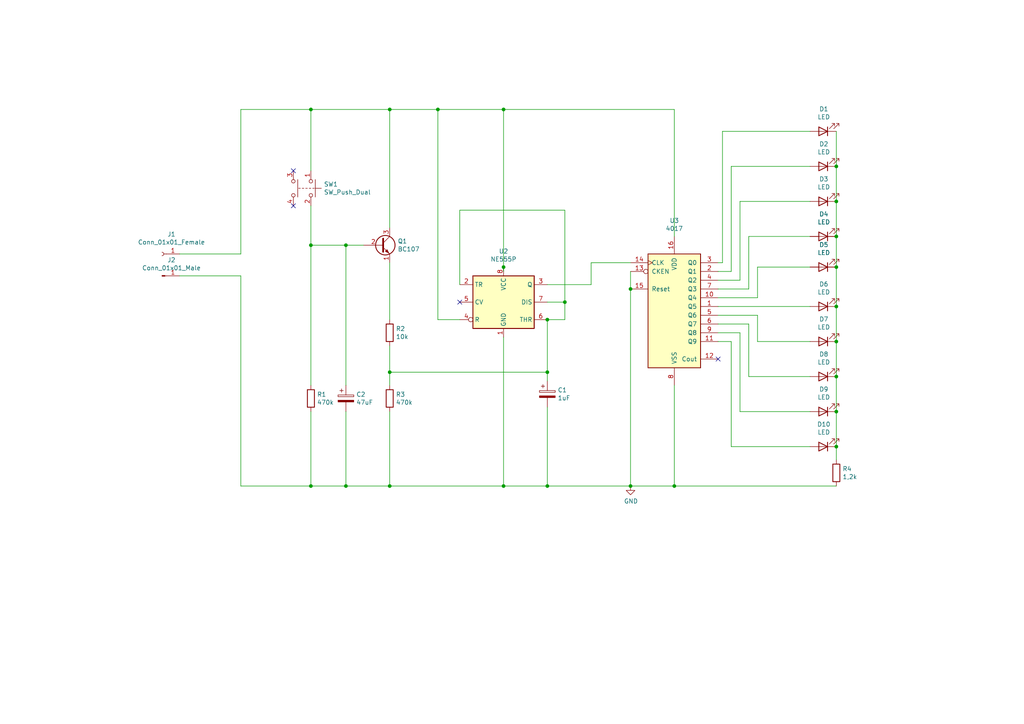
<source format=kicad_sch>
(kicad_sch (version 20230121) (generator eeschema)
  (paper "A4")
  (lib_symbols
    (symbol "4xxx:4017" (pin_names (offset 1.016))
      (property "Reference" "U" (at -7.62 16.51 0))
      (property "Value" "4017" (at -7.62 -19.05 0))
      (symbol "4017_1_0"
        (pin output line (at 12.7 0 180) (length 5.08) (name "Q5") (number "1"))
        (pin output line (at 12.7 2.54 180) (length 5.08) (name "Q4") (number "10"))
        (pin output line (at 12.7 -10.16 180) (length 5.08) (name "Q9") (number "11"))
        (pin output line (at 12.7 -15.24 180) (length 5.08) (name "Cout") (number "12"))
        (pin input inverted (at -12.7 10.16 0) (length 5.08) (name "CKEN") (number "13"))
        (pin input clock (at -12.7 12.7 0) (length 5.08) (name "CLK") (number "14"))
        (pin input line (at -12.7 5.08 0) (length 5.08) (name "Reset") (number "15"))
        (pin power_in line (at 0 20.32 270) (length 5.08) (name "VDD") (number "16"))
        (pin output line (at 12.7 10.16 180) (length 5.08) (name "Q1") (number "2"))
        (pin output line (at 12.7 12.7 180) (length 5.08) (name "Q0") (number "3"))
        (pin output line (at 12.7 7.62 180) (length 5.08) (name "Q2") (number "4"))
        (pin output line (at 12.7 -2.54 180) (length 5.08) (name "Q6") (number "5"))
        (pin output line (at 12.7 -5.08 180) (length 5.08) (name "Q7") (number "6"))
        (pin output line (at 12.7 5.08 180) (length 5.08) (name "Q3") (number "7"))
        (pin power_in line (at 0 -22.86 90) (length 5.08) (name "VSS") (number "8"))
        (pin output line (at 12.7 -7.62 180) (length 5.08) (name "Q8") (number "9"))
      )
      (symbol "4017_1_1"
        (rectangle (start -7.62 15.24) (end 7.62 -17.78) (stroke (width 0.254)) (fill (type background)))
      )
    )
    (symbol "GluecksraD-rescue:Conn_01x01_Female-Connector" (pin_names (offset 1.016) hide)
      (property "Reference" "J" (at 0 2.54 0))
      (property "Value" "Connector_Conn_01x01_Female" (at 0 -2.54 0))
      (symbol "Conn_01x01_Female-Connector_1_1"
        (polyline (pts (xy -1.27 0) (xy -0.508 0)) (stroke (width 0.1524)))
        (arc (start 0 0.508) (mid -0.5058 0) (end 0 -0.508) (stroke (width 0.1524)))
        (pin passive line (at -5.08 0 0) (length 3.81) (name "Pin_1") (number "1"))
      )
    )
    (symbol "GluecksraD-rescue:Conn_01x01_Male-Connector" (pin_names (offset 1.016) hide)
      (property "Reference" "J" (at 0 2.54 0))
      (property "Value" "Connector_Conn_01x01_Male" (at 0 -2.54 0))
      (symbol "Conn_01x01_Male-Connector_1_1"
        (polyline (pts (xy 1.27 0) (xy 0.8636 0)) (stroke (width 0.1524)))
        (rectangle (start 0.8636 0.127) (end 0 -0.127) (stroke (width 0.1524)) (fill (type outline)))
        (pin passive line (at 5.08 0 180) (length 3.81) (name "Pin_1") (number "1"))
      )
    )
    (symbol "GluecksraD-rescue:ELKO-!Goody" (pin_numbers hide) (pin_names (offset 0.254))
      (property "Reference" "C" (at 0.635 2.54 0))
      (property "Value" "!Goody_ELKO" (at 0.635 -2.54 0))
      (symbol "ELKO-!Goody_0_1"
        (rectangle (start -2.286 0.508) (end 2.286 1.016))
        (polyline (pts (xy -1.778 2.286) (xy -0.762 2.286)))
        (polyline (pts (xy -1.27 2.794) (xy -1.27 1.778)))
        (rectangle (start 2.286 -0.508) (end -2.286 -1.016) (fill (type outline)))
      )
      (symbol "ELKO-!Goody_1_1"
        (pin passive line (at 0 3.81 270) (length 2.794) (name "~") (number "1"))
        (pin passive line (at 0 -3.81 90) (length 2.794) (name "~") (number "2"))
      )
    )
    (symbol "GluecksraD-rescue:LED-!Goody" (pin_numbers hide) (pin_names (offset 1.016) hide)
      (property "Reference" "D" (at 0 2.54 0))
      (property "Value" "!Goody_LED" (at 2.54 -2.54 90))
      (symbol "LED-!Goody_0_1"
        (polyline (pts (xy 0 -3.81) (xy 0 -1.27)))
        (polyline (pts (xy 1.27 -3.81) (xy -1.27 -3.81)) (stroke (width 0.254)))
        (polyline (pts (xy 1.27 -1.27) (xy -1.27 -1.27) (xy 0 -3.81) (xy 1.27 -1.27)) (stroke (width 0.254)))
        (polyline (pts (xy 0.762 -5.588) (xy 2.286 -7.112) (xy 2.286 -6.35) (xy 2.286 -7.112) (xy 1.524 -7.112)))
        (polyline (pts (xy 0.762 -4.318) (xy 2.286 -5.842) (xy 2.286 -5.08) (xy 2.286 -5.842) (xy 1.524 -5.842)))
      )
      (symbol "LED-!Goody_1_1"
        (pin passive line (at 0 -6.35 90) (length 2.54) (name "K") (number "1"))
        (pin passive line (at 0 1.27 270) (length 2.54) (name "A") (number "2"))
      )
    )
    (symbol "GluecksraD-rescue:R-!Goody" (pin_numbers hide) (pin_names (offset 0))
      (property "Reference" "R" (at 2.032 0 90))
      (property "Value" "!Goody_R" (at 0 0 90))
      (symbol "R-!Goody_0_1"
        (rectangle (start -1.016 -2.54) (end 1.016 2.54) (stroke (width 0.254)))
      )
      (symbol "R-!Goody_1_1"
        (pin passive line (at 0 3.81 270) (length 1.27) (name "~") (number "1"))
        (pin passive line (at 0 -3.81 90) (length 1.27) (name "~") (number "2"))
      )
    )
    (symbol "GluecksraD-rescue:SW_Push_Dual-!Goody" (pin_names (offset 1.016) hide)
      (property "Reference" "SW" (at 1.27 2.54 0))
      (property "Value" "!Goody_SW_Push_Dual" (at 0 -6.858 0))
      (symbol "SW_Push_Dual-!Goody_0_1"
        (circle (center -2.032 -5.08) (radius 0.508))
        (circle (center -2.032 0) (radius 0.508))
        (polyline (pts (xy 0 -3.048) (xy 0 -3.556)))
        (polyline (pts (xy 0 -2.032) (xy 0 -2.54)))
        (polyline (pts (xy 0 -1.524) (xy 0 -1.016)))
        (polyline (pts (xy 0 -0.508) (xy 0 0)))
        (polyline (pts (xy 0 0.508) (xy 0 1.016)))
        (polyline (pts (xy 0 1.27) (xy 0 3.048)))
        (polyline (pts (xy 2.54 -3.81) (xy -2.54 -3.81)))
        (polyline (pts (xy 2.54 1.27) (xy -2.54 1.27)))
        (circle (center 2.032 -5.08) (radius 0.508))
        (circle (center 2.032 0) (radius 0.508))
        (pin passive line (at -5.08 0 0) (length 2.54) (name "1") (number "1"))
        (pin passive line (at 5.08 0 180) (length 2.54) (name "2") (number "2"))
        (pin passive line (at -5.08 -5.08 0) (length 2.54) (name "3") (number "3"))
        (pin passive line (at 5.08 -5.08 180) (length 2.54) (name "4") (number "4"))
      )
    )
    (symbol "Timer:NE555P"
      (property "Reference" "U" (at -10.16 8.89 0))
      (property "Value" "NE555P" (at 2.54 8.89 0))
      (symbol "NE555P_0_0"
        (pin power_in line (at 0 -10.16 90) (length 2.54) (name "GND") (number "1"))
        (pin power_in line (at 0 10.16 270) (length 2.54) (name "VCC") (number "8"))
      )
      (symbol "NE555P_0_1"
        (rectangle (start -8.89 -7.62) (end 8.89 7.62) (stroke (width 0.254)) (fill (type background)))
        (rectangle (start -8.89 -7.62) (end 8.89 7.62) (stroke (width 0.254)) (fill (type background)))
      )
      (symbol "NE555P_1_1"
        (pin input line (at -12.7 5.08 0) (length 3.81) (name "TR") (number "2"))
        (pin output line (at 12.7 5.08 180) (length 3.81) (name "Q") (number "3"))
        (pin input inverted (at -12.7 -5.08 0) (length 3.81) (name "R") (number "4"))
        (pin input line (at -12.7 0 0) (length 3.81) (name "CV") (number "5"))
        (pin input line (at 12.7 -5.08 180) (length 3.81) (name "THR") (number "6"))
        (pin input line (at 12.7 0 180) (length 3.81) (name "DIS") (number "7"))
      )
    )
    (symbol "Transistor_BJT:BC107" (pin_names (offset 0) hide)
      (property "Reference" "Q" (at 5.08 1.905 0))
      (property "Value" "BC107" (at 5.08 0 0))
      (symbol "BC107_0_1"
        (polyline (pts (xy 0.635 0.635) (xy 2.54 2.54)))
        (polyline (pts (xy 0.635 -0.635) (xy 2.54 -2.54) (xy 2.54 -2.54)))
        (polyline (pts (xy 0.635 1.905) (xy 0.635 -1.905) (xy 0.635 -1.905)) (stroke (width 0.508)))
        (polyline (pts (xy 1.27 -1.778) (xy 1.778 -1.27) (xy 2.286 -2.286) (xy 1.27 -1.778) (xy 1.27 -1.778)) (fill (type outline)))
        (circle (center 1.27 0) (radius 2.8194) (stroke (width 0.254)))
      )
      (symbol "BC107_1_1"
        (pin passive line (at 2.54 -5.08 90) (length 2.54) (name "E") (number "1"))
        (pin input line (at -5.08 0 0) (length 5.715) (name "B") (number "2"))
        (pin passive line (at 2.54 5.08 270) (length 2.54) (name "C") (number "3"))
      )
    )
    (symbol "power:GND" (power) (pin_names (offset 0))
      (property "Value" "GND" (at 0 -3.81 0))
      (symbol "GND_0_1"
        (polyline (pts (xy 0 0) (xy 0 -1.27) (xy 1.27 -1.27) (xy 0 -2.54) (xy -1.27 -1.27) (xy 0 -1.27)))
      )
      (symbol "GND_1_1"
        (pin power_in line (at 0 0 270) (length 0) hide (name "GND") (number "1"))
      )
    )
  )
  (junction (at 90.17 140.97))
  (junction (at 158.75 140.97))
  (junction (at 90.17 71.12))
  (junction (at 242.57 99.06))
  (junction (at 242.57 109.22))
  (junction (at 113.03 107.95))
  (junction (at 242.57 119.38))
  (junction (at 100.33 71.12))
  (junction (at 182.88 140.97))
  (junction (at 242.57 129.54))
  (junction (at 113.03 140.97))
  (junction (at 242.57 68.58))
  (junction (at 127 31.75))
  (junction (at 242.57 77.47))
  (junction (at 146.05 77.47))
  (junction (at 113.03 31.75))
  (junction (at 163.83 87.63))
  (junction (at 242.57 58.42))
  (junction (at 90.17 31.75))
  (junction (at 242.57 48.26))
  (junction (at 146.05 31.75))
  (junction (at 158.75 107.95))
  (junction (at 195.58 140.97))
  (junction (at 158.75 92.71))
  (junction (at 182.88 83.82))
  (junction (at 242.57 88.9))
  (junction (at 146.05 140.97))
  (junction (at 100.33 140.97))
  (no_connect (at 208.28 104.14))
  (no_connect (at 133.35 87.63))
  (no_connect (at 85.09 49.53))
  (no_connect (at 85.09 59.69))
  (wire (pts (xy 113.03 107.95) (xy 158.75 107.95)))
  (wire (pts (xy 195.58 140.97) (xy 242.57 140.97)))
  (wire (pts (xy 146.05 97.79) (xy 146.05 140.97)))
  (wire (pts (xy 146.05 140.97) (xy 113.03 140.97)))
  (wire (pts (xy 212.09 48.26) (xy 212.09 78.74)))
  (wire (pts (xy 214.63 81.28) (xy 208.28 81.28)))
  (wire (pts (xy 163.83 92.71) (xy 158.75 92.71)))
  (wire (pts (xy 219.71 99.06) (xy 219.71 91.44)))
  (wire (pts (xy 234.95 119.38) (xy 214.63 119.38)))
  (wire (pts (xy 195.58 111.76) (xy 195.58 140.97)))
  (wire (pts (xy 127 92.71) (xy 127 31.75)))
  (wire (pts (xy 182.88 140.97) (xy 195.58 140.97)))
  (wire (pts (xy 242.57 58.42) (xy 242.57 48.26)))
  (wire (pts (xy 158.75 140.97) (xy 146.05 140.97)))
  (wire (pts (xy 171.45 76.2) (xy 182.88 76.2)))
  (wire (pts (xy 69.85 80.01) (xy 69.85 140.97)))
  (wire (pts (xy 217.17 68.58) (xy 217.17 83.82)))
  (wire (pts (xy 163.83 87.63) (xy 158.75 87.63)))
  (wire (pts (xy 219.71 86.36) (xy 208.28 86.36)))
  (wire (pts (xy 100.33 111.76) (xy 100.33 71.12)))
  (wire (pts (xy 146.05 77.47) (xy 146.05 31.75)))
  (wire (pts (xy 219.71 91.44) (xy 208.28 91.44)))
  (wire (pts (xy 195.58 68.58) (xy 195.58 31.75)))
  (wire (pts (xy 90.17 119.38) (xy 90.17 140.97)))
  (wire (pts (xy 242.57 48.26) (xy 242.57 38.1)))
  (wire (pts (xy 234.95 88.9) (xy 208.28 88.9)))
  (wire (pts (xy 242.57 77.47) (xy 242.57 88.9)))
  (wire (pts (xy 100.33 119.38) (xy 100.33 140.97)))
  (wire (pts (xy 69.85 31.75) (xy 69.85 73.66)))
  (wire (pts (xy 242.57 129.54) (xy 242.57 119.38)))
  (wire (pts (xy 217.17 93.98) (xy 208.28 93.98)))
  (wire (pts (xy 90.17 111.76) (xy 90.17 71.12)))
  (wire (pts (xy 242.57 77.47) (xy 242.57 68.58)))
  (wire (pts (xy 212.09 78.74) (xy 208.28 78.74)))
  (wire (pts (xy 242.57 133.35) (xy 242.57 129.54)))
  (wire (pts (xy 90.17 59.69) (xy 90.17 71.12)))
  (wire (pts (xy 52.07 73.66) (xy 69.85 73.66)))
  (wire (pts (xy 146.05 78.74) (xy 146.05 77.47)))
  (wire (pts (xy 219.71 77.47) (xy 234.95 77.47)))
  (wire (pts (xy 158.75 107.95) (xy 158.75 110.49)))
  (wire (pts (xy 146.05 31.75) (xy 127 31.75)))
  (wire (pts (xy 234.95 68.58) (xy 217.17 68.58)))
  (wire (pts (xy 234.95 38.1) (xy 209.55 38.1)))
  (wire (pts (xy 217.17 83.82) (xy 208.28 83.82)))
  (wire (pts (xy 195.58 31.75) (xy 146.05 31.75)))
  (wire (pts (xy 242.57 99.06) (xy 242.57 88.9)))
  (wire (pts (xy 113.03 119.38) (xy 113.03 140.97)))
  (wire (pts (xy 100.33 140.97) (xy 90.17 140.97)))
  (wire (pts (xy 127 31.75) (xy 113.03 31.75)))
  (wire (pts (xy 113.03 111.76) (xy 113.03 107.95)))
  (wire (pts (xy 234.95 58.42) (xy 214.63 58.42)))
  (wire (pts (xy 242.57 109.22) (xy 242.57 99.06)))
  (wire (pts (xy 113.03 31.75) (xy 113.03 66.04)))
  (wire (pts (xy 242.57 119.38) (xy 242.57 109.22)))
  (wire (pts (xy 133.35 60.96) (xy 133.35 82.55)))
  (wire (pts (xy 113.03 100.33) (xy 113.03 107.95)))
  (wire (pts (xy 182.88 140.97) (xy 158.75 140.97)))
  (wire (pts (xy 234.95 109.22) (xy 217.17 109.22)))
  (wire (pts (xy 242.57 68.58) (xy 242.57 58.42)))
  (wire (pts (xy 90.17 140.97) (xy 69.85 140.97)))
  (wire (pts (xy 234.95 129.54) (xy 212.09 129.54)))
  (wire (pts (xy 133.35 60.96) (xy 163.83 60.96)))
  (wire (pts (xy 90.17 49.53) (xy 90.17 31.75)))
  (wire (pts (xy 209.55 38.1) (xy 209.55 76.2)))
  (wire (pts (xy 219.71 77.47) (xy 219.71 86.36)))
  (wire (pts (xy 234.95 99.06) (xy 219.71 99.06)))
  (wire (pts (xy 214.63 119.38) (xy 214.63 96.52)))
  (wire (pts (xy 113.03 92.71) (xy 113.03 76.2)))
  (wire (pts (xy 90.17 31.75) (xy 69.85 31.75)))
  (wire (pts (xy 209.55 76.2) (xy 208.28 76.2)))
  (wire (pts (xy 158.75 118.11) (xy 158.75 140.97)))
  (wire (pts (xy 182.88 78.74) (xy 182.88 83.82)))
  (wire (pts (xy 217.17 109.22) (xy 217.17 93.98)))
  (wire (pts (xy 163.83 60.96) (xy 163.83 87.63)))
  (wire (pts (xy 214.63 96.52) (xy 208.28 96.52)))
  (wire (pts (xy 100.33 71.12) (xy 105.41 71.12)))
  (wire (pts (xy 234.95 48.26) (xy 212.09 48.26)))
  (wire (pts (xy 163.83 87.63) (xy 163.83 92.71)))
  (wire (pts (xy 182.88 83.82) (xy 182.88 140.97)))
  (wire (pts (xy 113.03 31.75) (xy 90.17 31.75)))
  (wire (pts (xy 52.07 80.01) (xy 69.85 80.01)))
  (wire (pts (xy 90.17 71.12) (xy 100.33 71.12)))
  (wire (pts (xy 133.35 92.71) (xy 127 92.71)))
  (wire (pts (xy 113.03 140.97) (xy 100.33 140.97)))
  (wire (pts (xy 171.45 82.55) (xy 171.45 76.2)))
  (wire (pts (xy 212.09 129.54) (xy 212.09 99.06)))
  (wire (pts (xy 158.75 82.55) (xy 171.45 82.55)))
  (wire (pts (xy 212.09 99.06) (xy 208.28 99.06)))
  (wire (pts (xy 214.63 58.42) (xy 214.63 81.28)))
  (wire (pts (xy 158.75 92.71) (xy 158.75 107.95)))
  (symbol (lib_id "Transistor_BJT:BC107") (at 110.49 71.12 0) (unit 1)
    (property "Reference" "Q1" (at 115.3414 69.9516 0) (effects (justify left)))
    (property "Value" "BC107" (at 115.3414 72.263 0) (effects (justify left)))
    (property "Footprint" "Package_TO_SOT_THT:TO-18-3" (effects hide))
    (property "Datasheet" "http://www.b-kainka.de/Daten/Transistor/BC108.pdf" (effects hide))
  )
  (symbol (lib_id "GluecksraD-rescue:R-!Goody") (at 90.17 115.57 0) (unit 1)
    (property "Reference" "R1" (at 91.948 114.4016 0) (effects (justify left)))
    (property "Value" "470k" (at 91.948 116.713 0) (effects (justify left)))
    (property "Footprint" "Resistor_THT:R_Axial_DIN0411_L9.9mm_D3.6mm_P12.70mm_Horizontal" (effects hide))
  )
  (symbol (lib_id "GluecksraD-rescue:ELKO-!Goody") (at 100.33 115.57 0) (unit 1)
    (property "Reference" "C2" (at 103.3272 114.4016 0) (effects (justify left)))
    (property "Value" "47uF" (at 103.3272 116.713 0) (effects (justify left)))
    (property "Footprint" "Capacitor_THT:CP_Radial_D8.0mm_P2.50mm" (effects hide))
  )
  (symbol (lib_id "GluecksraD-rescue:ELKO-!Goody") (at 158.75 114.3 0) (unit 1)
    (property "Reference" "C1" (at 161.7472 113.1316 0) (effects (justify left)))
    (property "Value" "1uF" (at 161.7472 115.443 0) (effects (justify left)))
    (property "Footprint" "Capacitor_THT:CP_Radial_D8.0mm_P2.50mm" (effects hide))
  )
  (symbol (lib_id "GluecksraD-rescue:R-!Goody") (at 113.03 96.52 0) (unit 1)
    (property "Reference" "R2" (at 114.808 95.3516 0) (effects (justify left)))
    (property "Value" "10k" (at 114.808 97.663 0) (effects (justify left)))
    (property "Footprint" "Resistor_THT:R_Axial_DIN0411_L9.9mm_D3.6mm_P12.70mm_Horizontal" (effects hide))
  )
  (symbol (lib_id "GluecksraD-rescue:R-!Goody") (at 113.03 115.57 0) (unit 1)
    (property "Reference" "R3" (at 114.808 114.4016 0) (effects (justify left)))
    (property "Value" "470k" (at 114.808 116.713 0) (effects (justify left)))
    (property "Footprint" "Resistor_THT:R_Axial_DIN0411_L9.9mm_D3.6mm_P12.70mm_Horizontal" (effects hide))
  )
  (symbol (lib_id "Timer:NE555P") (at 146.05 87.63 0) (unit 1)
    (property "Reference" "U2" (at 146.05 72.8726 0))
    (property "Value" "NE555P" (at 146.05 75.184 0))
    (property "Footprint" "Package_DIP:DIP-8_W7.62mm" (effects hide))
    (property "Datasheet" "http://www.ti.com/lit/ds/symlink/ne555.pdf" (effects hide))
  )
  (symbol (lib_id "GluecksraD-rescue:LED-!Goody") (at 236.22 38.1 90) (unit 1)
    (property "Reference" "D1" (at 238.9378 31.623 90))
    (property "Value" "LED" (at 238.9378 33.9344 90))
    (property "Footprint" "LED_THT:LED_D5.0mm" (effects hide))
  )
  (symbol (lib_id "GluecksraD-rescue:LED-!Goody") (at 236.22 48.26 90) (unit 1)
    (property "Reference" "D2" (at 238.9378 41.783 90))
    (property "Value" "LED" (at 238.9378 44.0944 90))
    (property "Footprint" "LED_THT:LED_D5.0mm" (effects hide))
  )
  (symbol (lib_id "GluecksraD-rescue:LED-!Goody") (at 236.22 58.42 90) (unit 1)
    (property "Reference" "D3" (at 238.9378 51.943 90))
    (property "Value" "LED" (at 238.9378 54.2544 90))
    (property "Footprint" "LED_THT:LED_D5.0mm" (effects hide))
  )
  (symbol (lib_id "GluecksraD-rescue:LED-!Goody") (at 236.22 68.58 90) (unit 1)
    (property "Reference" "D4" (at 238.9378 62.103 90))
    (property "Value" "LED" (at 238.9378 64.4144 90))
    (property "Footprint" "LED_THT:LED_D5.0mm" (effects hide))
  )
  (symbol (lib_id "GluecksraD-rescue:LED-!Goody") (at 236.22 77.47 90) (unit 1)
    (property "Reference" "D5" (at 238.9378 70.993 90))
    (property "Value" "LED" (at 238.9378 73.3044 90))
    (property "Footprint" "LED_THT:LED_D5.0mm" (effects hide))
  )
  (symbol (lib_id "GluecksraD-rescue:LED-!Goody") (at 236.22 88.9 90) (unit 1)
    (property "Reference" "D6" (at 238.9378 82.423 90))
    (property "Value" "LED" (at 238.9378 84.7344 90))
    (property "Footprint" "LED_THT:LED_D5.0mm" (effects hide))
  )
  (symbol (lib_id "GluecksraD-rescue:LED-!Goody") (at 236.22 99.06 90) (unit 1)
    (property "Reference" "D7" (at 238.9378 92.583 90))
    (property "Value" "LED" (at 238.9378 94.8944 90))
    (property "Footprint" "LED_THT:LED_D5.0mm" (effects hide))
  )
  (symbol (lib_id "GluecksraD-rescue:LED-!Goody") (at 236.22 109.22 90) (unit 1)
    (property "Reference" "D8" (at 238.9378 102.743 90))
    (property "Value" "LED" (at 238.9378 105.0544 90))
    (property "Footprint" "LED_THT:LED_D5.0mm" (effects hide))
  )
  (symbol (lib_id "GluecksraD-rescue:LED-!Goody") (at 236.22 119.38 90) (unit 1)
    (property "Reference" "D9" (at 238.9378 112.903 90))
    (property "Value" "LED" (at 238.9378 115.2144 90))
    (property "Footprint" "LED_THT:LED_D5.0mm" (effects hide))
  )
  (symbol (lib_id "GluecksraD-rescue:LED-!Goody") (at 236.22 129.54 90) (unit 1)
    (property "Reference" "D10" (at 238.9378 123.063 90))
    (property "Value" "LED" (at 238.9378 125.3744 90))
    (property "Footprint" "LED_THT:LED_D5.0mm" (effects hide))
  )
  (symbol (lib_id "4xxx:4017") (at 195.58 88.9 0) (unit 1)
    (property "Reference" "U3" (at 195.58 63.9826 0))
    (property "Value" "4017" (at 195.58 66.294 0))
    (property "Footprint" "Package_DIP:DIP-16_W7.62mm" (effects hide))
    (property "Datasheet" "http://www.intersil.com/content/dam/Intersil/documents/cd40/cd4017bms-22bms.pdf" (effects hide))
  )
  (symbol (lib_id "GluecksraD-rescue:R-!Goody") (at 242.57 137.16 0) (unit 1)
    (property "Reference" "R4" (at 244.348 135.9916 0) (effects (justify left)))
    (property "Value" "1,2k" (at 244.348 138.303 0) (effects (justify left)))
    (property "Footprint" "Resistor_THT:R_Axial_DIN0411_L9.9mm_D3.6mm_P12.70mm_Horizontal" (effects hide))
  )
  (symbol (lib_id "GluecksraD-rescue:Conn_01x01_Female-Connector") (at 46.99 73.66 180) (unit 1)
    (property "Reference" "J1" (at 49.7332 67.945 0))
    (property "Value" "Conn_01x01_Female" (at 49.7332 70.2564 0))
  )
  (symbol (lib_id "GluecksraD-rescue:Conn_01x01_Male-Connector") (at 46.99 80.01 0) (unit 1)
    (property "Reference" "J2" (at 49.7332 75.4126 0))
    (property "Value" "Conn_01x01_Male" (at 49.7332 77.724 0))
  )
  (symbol (lib_id "GluecksraD-rescue:SW_Push_Dual-!Goody") (at 90.17 54.61 270) (unit 1)
    (property "Reference" "SW1" (at 93.9292 53.4416 90) (effects (justify left)))
    (property "Value" "SW_Push_Dual" (at 93.9292 55.753 90) (effects (justify left)))
    (property "Footprint" "Button_Switch_THT:SW_PUSH_6mm" (effects hide))
  )
  (symbol (lib_id "power:GND") (at 182.88 140.97 0) (unit 1)
    (property "Reference" "#PWR0102" (effects hide))
    (property "Value" "GND" (at 183.007 145.3642 0))
  )
)
</source>
